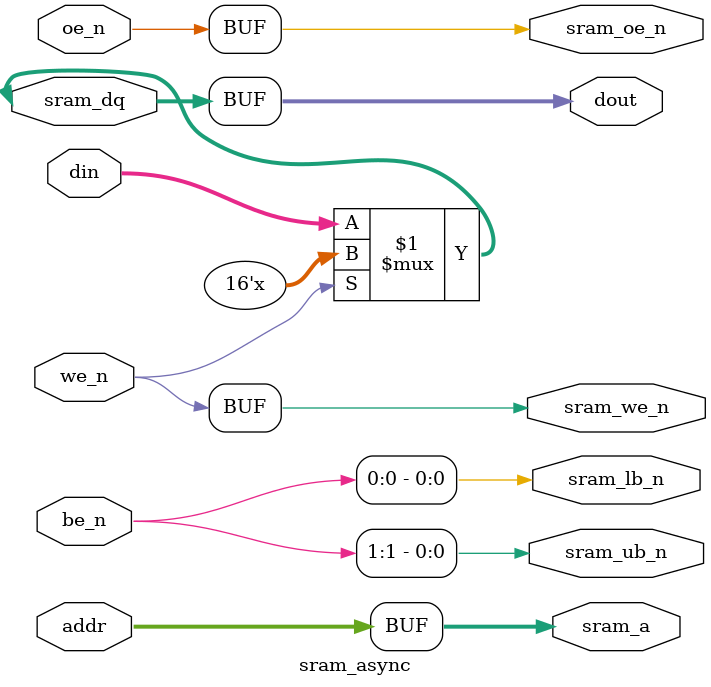
<source format=sv>

`default_nettype none
`timescale 1ns/1ps

module sram_async
    #(
         parameter             AW = 17,   //! Address Width
         parameter             DW = 16    //! Data Width
     ) (
         // User Interface
         input  logic [AW-1:0] addr,      //! Address
         input  logic [DW-1:0] din,       //! Data In
         output logic [DW-1:0] dout,      //! Data Out
         input  logic          we_n,      //! Write Enable
         input  logic          oe_n,      //! Output Enable
         input  logic    [1:0] be_n,      //! Byte Enable - [1] Upper Byte Mask | [0] Lower Byte Mask
         // SRAM Interface
         output logic [AW-1:0] sram_a,    //! Address
         inout  logic [DW-1:0] sram_dq,   //! Data In/Out
         output logic          sram_we_n, //! Write Enable
         output logic          sram_oe_n, //! Output Enable
         output logic          sram_ub_n, //! Upper Byte Mask
         output logic          sram_lb_n  //! Lower Byte Mask
     );

    assign sram_a    = addr;
    assign sram_dq   = sram_we_n ? {DW{1'bZ}} : din;
    assign dout      = sram_dq;

    assign sram_we_n = we_n;
    assign sram_oe_n = oe_n;
    assign sram_ub_n = be_n[1];
    assign sram_lb_n = be_n[0];

endmodule

</source>
